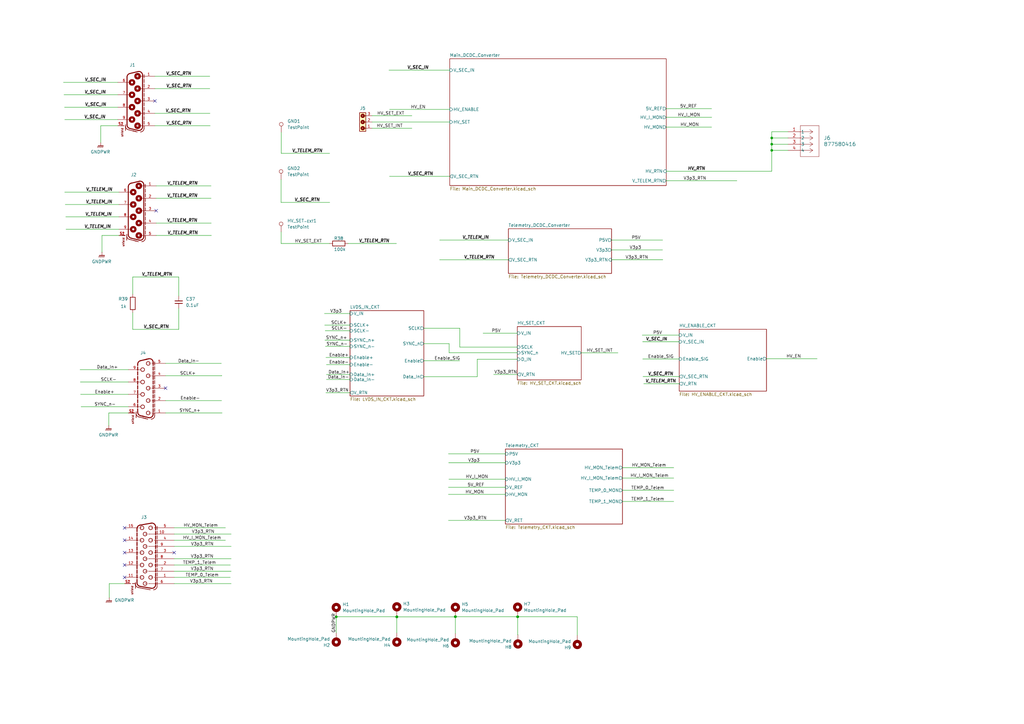
<source format=kicad_sch>
(kicad_sch (version 20250114) (generator "eeschema") (generator_version "9.0")
  (paper "A3")
  (lib_symbols
    (symbol "6180XX231221_618009231221_1" (pin_names (offset 1.016))
      (property "Reference" "J" (at 13.78 1.66 0))
      (symbol "6180XX231221_618009231221_1_0_0"
        (text "shield" (at 10.9 -5.32 0) (effects (font (size 0.8128 0.8128)) (justify left bottom)))
        (pin bidirectional line (at -10.16 7.62 270) (length 5.08) (name "~") (number "1"))
        (pin bidirectional line (at -7.62 -7.62 90) (length 5.08) (name "~") (number "6"))
        (pin bidirectional line (at -5.08 7.62 270) (length 5.08) (name "~") (number "2"))
        (pin bidirectional line (at -2.54 -7.62 90) (length 5.08) (name "~") (number "7"))
        (pin bidirectional line (at 0 7.62 270) (length 5.08) (name "~") (number "3"))
        (pin bidirectional line (at 2.54 -7.62 90) (length 5.08) (name "~") (number "8"))
        (pin bidirectional line (at 5.08 7.62 270) (length 5.08) (name "~") (number "4"))
        (pin bidirectional line (at 7.62 -7.62 90) (length 5.08) (name "~") (number "9"))
        (pin bidirectional line (at 10.16 7.62 270) (length 5.08) (name "~") (number "5"))
        (pin bidirectional line (at 10.16 -7.62 90) (length 2.54) (name "~") (number "S1"))
        (pin bidirectional line (at 10.16 -7.62 90) (length 2.54) (name "~") (number "S2"))
      )
    )
    (symbol "Connector:TestPoint" (pin_numbers (hide yes)) (pin_names (offset 0.762) (hide yes))
      (property "Reference" "TP" (at 0 6.858 0))
      (property "Value" "TestPoint" (at 0 5.08 0))
      (symbol "TestPoint_1_1"
        (pin passive line (at 0 0 90) (length 2.54) (name "1") (number "1"))
      )
    )
    (symbol "Mechanical:MountingHole_Pad" (pin_numbers (hide yes)) (pin_names (offset 1.016) (hide yes)) (exclude_from_sim yes) (in_bom no)
      (property "Reference" "H" (at 0 6.35 0))
      (property "Value" "MountingHole_Pad" (at 0 4.445 0))
      (symbol "MountingHole_Pad_1_1"
        (pin input line (at 0 -2.54 90) (length 2.54) (name "1") (number "1"))
      )
    )
    (symbol "Molex:877580416" (pin_names (offset 0.254))
      (property "Reference" "J" (at 8.89 6.35 0))
      (property "Value" "877580416" (at 0 0 0))
      (symbol "877580416_1_1"
        (pin unspecified line (at 0 0 0) (length 5.08) (name "1") (number "1"))
        (pin unspecified line (at 0 -2.54 0) (length 5.08) (name "2") (number "2"))
        (pin unspecified line (at 0 -5.08 0) (length 5.08) (name "3") (number "3"))
        (pin unspecified line (at 0 -7.62 0) (length 5.08) (name "4") (number "4"))
      )
      (symbol "877580416_1_2"
        (pin unspecified line (at 0 0 0) (length 5.08) (name "1") (number "1"))
        (pin unspecified line (at 0 -2.54 0) (length 5.08) (name "2") (number "2"))
        (pin unspecified line (at 0 -5.08 0) (length 5.08) (name "3") (number "3"))
        (pin unspecified line (at 0 -7.62 0) (length 5.08) (name "4") (number "4"))
      )
    )
    (symbol "Passive_Parts:C" (pin_numbers (hide yes)) (pin_names (offset 0) (hide yes))
      (property "Reference" "C" (at 2.54 5.08 0))
      (symbol "C_1_1"
        (pin passive line (at 0 2.54 0) (length 2.032) (name "~") (number "1"))
        (pin passive line (at 5.08 2.54 180) (length 2.032) (name "~") (number "2"))
      )
    )
    (symbol "Passive_Parts:R" (pin_numbers (hide yes)) (pin_names (offset 0) (hide yes))
      (property "Reference" "R" (at 2.54 5.08 0))
      (symbol "R_1_1"
        (pin passive line (at -1.27 2.54 0) (length 1.27) (name "~") (number "1"))
        (pin passive line (at 6.35 2.54 180) (length 1.27) (name "~") (number "2"))
      )
    )
    (symbol "Passive_Parts:TP" (pin_numbers (hide yes)) (pin_names (hide yes))
      (property "Reference" "TP" (at 2.286 3.302 0))
      (symbol "TP_1_1"
        (pin passive line (at 0 0 90) (length 2.54) (name "1") (number "1"))
      )
    )
    (symbol "Wurth Elektronik:6130XX11121_61300311121" (pin_names (offset 1.016))
      (property "Reference" "J" (at -5.08 -1.778 0))
      (symbol "6130XX11121_61300311121_0_0"
        (pin passive line (at -2.54 -5.08 90) (length 2.54) (name "~") (number "1"))
        (pin passive line (at 0 -5.08 90) (length 2.54) (name "~") (number "2"))
        (pin passive line (at 2.54 -5.08 90) (length 2.54) (name "~") (number "3"))
      )
    )
    (symbol "Wurth Elektronik:6180XX231121_618009231121" (pin_names (offset 1.016))
      (property "Reference" "J" (at 13.78 1.66 0))
      (symbol "6180XX231121_618009231121_0_0"
        (text "shield" (at 10.9 -5.32 0) (effects (font (size 0.8128 0.8128)) (justify left bottom)))
        (pin bidirectional line (at -10.16 7.62 270) (length 5.08) (name "~") (number "5"))
        (pin bidirectional line (at -7.62 -7.62 90) (length 5.08) (name "~") (number "9"))
        (pin bidirectional line (at -5.08 7.62 270) (length 5.08) (name "~") (number "4"))
        (pin bidirectional line (at -2.54 -7.62 90) (length 5.08) (name "~") (number "8"))
        (pin bidirectional line (at 0 7.62 270) (length 5.08) (name "~") (number "3"))
        (pin bidirectional line (at 2.54 -7.62 90) (length 5.08) (name "~") (number "7"))
        (pin bidirectional line (at 5.08 7.62 270) (length 5.08) (name "~") (number "2"))
        (pin bidirectional line (at 7.62 -7.62 90) (length 5.08) (name "~") (number "6"))
        (pin bidirectional line (at 10.16 7.62 270) (length 5.08) (name "~") (number "1"))
        (pin bidirectional line (at 10.16 -7.62 90) (length 2.54) (name "~") (number "S1"))
        (pin bidirectional line (at 10.16 -7.62 90) (length 2.54) (name "~") (number "S2"))
      )
    )
    (symbol "Wurth Elektronik:6180XX231221_618009231221" (pin_names (offset 1.016))
      (property "Reference" "J" (at 13.78 1.66 0))
      (symbol "6180XX231221_618009231221_0_0"
        (text "shield" (at 10.9 -5.32 0) (effects (font (size 0.8128 0.8128)) (justify left bottom)))
        (pin bidirectional line (at -10.16 7.62 270) (length 5.08) (name "~") (number "1"))
        (pin bidirectional line (at -7.62 -7.62 90) (length 5.08) (name "~") (number "6"))
        (pin bidirectional line (at -5.08 7.62 270) (length 5.08) (name "~") (number "2"))
        (pin bidirectional line (at -2.54 -7.62 90) (length 5.08) (name "~") (number "7"))
        (pin bidirectional line (at 0 7.62 270) (length 5.08) (name "~") (number "3"))
        (pin bidirectional line (at 2.54 -7.62 90) (length 5.08) (name "~") (number "8"))
        (pin bidirectional line (at 5.08 7.62 270) (length 5.08) (name "~") (number "4"))
        (pin bidirectional line (at 7.62 -7.62 90) (length 5.08) (name "~") (number "9"))
        (pin bidirectional line (at 10.16 7.62 270) (length 5.08) (name "~") (number "5"))
        (pin bidirectional line (at 10.16 -7.62 90) (length 2.54) (name "~") (number "S1"))
        (pin bidirectional line (at 10.16 -7.62 90) (length 2.54) (name "~") (number "S2"))
      )
    )
    (symbol "Wurth Elektronik:6180XX330923_618015330923" (pin_names (offset 1.016))
      (property "Reference" "J" (at 16.32 4.2 0))
      (symbol "6180XX330923_618015330923_0_0"
        (text "shield" (at 13.44 -4.05 0) (effects (font (size 0.8128 0.8128)) (justify left bottom)))
        (pin bidirectional line (at -10.16 -7.62 90) (length 5.08) (name "~") (number "15"))
        (pin bidirectional line (at -5.08 -7.62 90) (length 5.08) (name "~") (number "14"))
        (pin bidirectional line (at 0 -7.62 90) (length 5.08) (name "~") (number "13"))
        (pin bidirectional line (at 5.08 -7.62 90) (length 5.08) (name "~") (number "12"))
        (pin bidirectional line (at 10.16 -7.62 90) (length 5.08) (name "~") (number "11"))
        (pin bidirectional line (at 12.7 -7.62 90) (length 2.54) (name "~") (number "S1"))
        (pin bidirectional line (at 12.7 -7.62 90) (length 2.54) (name "~") (number "S2"))
      )
      (symbol "6180XX330923_618015330923_1_0"
        (pin bidirectional line (at -10.16 12.7 270) (length 7.62) (name "~") (number "5"))
        (pin bidirectional line (at -7.62 12.7 270) (length 10.16) (name "~") (number "10"))
        (pin bidirectional line (at -5.08 12.7 270) (length 7.62) (name "~") (number "4"))
        (pin bidirectional line (at -2.54 12.7 270) (length 10.16) (name "~") (number "9"))
        (pin bidirectional line (at 0 12.7 270) (length 7.62) (name "~") (number "3"))
        (pin bidirectional line (at 2.54 12.7 270) (length 10.16) (name "~") (number "8"))
        (pin bidirectional line (at 5.08 12.7 270) (length 7.62) (name "~") (number "2"))
        (pin bidirectional line (at 7.62 12.7 270) (length 10.16) (name "~") (number "7"))
        (pin bidirectional line (at 10.16 12.7 270) (length 7.62) (name "~") (number "1"))
        (pin bidirectional line (at 12.7 12.7 270) (length 10.16) (name "~") (number "6"))
      )
    )
    (symbol "power:GNDPWR" (power) (pin_numbers (hide yes)) (pin_names (offset 0) (hide yes))
      (property "Value" "GNDPWR" (at 0 -3.302 0))
      (symbol "GNDPWR_1_1"
        (pin power_in line (at 0 0 270) (length 0) (name "~") (number "1"))
      )
    )
  )
  (junction (at 162.7601 253.0183))
  (junction (at 212.2998 252.9523))
  (junction (at 162.7601 252.9722))
  (junction (at 316.5234 59.1323))
  (junction (at 212.2998 252.9675))
  (junction (at 186.7849 252.9523))
  (junction (at 186.7792 252.8976))
  (junction (at 137.9264 252.9722))
  (junction (at 316.5234 61.6723))
  (junction (at 316.5234 56.5923))
  (no_connect (at 51.1144 231.7354))
  (no_connect (at 71.4344 226.6554))
  (no_connect (at 63.5364 41.4182))
  (no_connect (at 51.1144 221.5754))
  (no_connect (at 67.8988 159.2161))
  (no_connect (at 51.1144 236.8154))
  (no_connect (at 64.0509 86.4165))
  (no_connect (at 51.1144 216.4954))
  (no_connect (at 51.1144 226.6554))
  (wire (pts (xy 48.8109 78.7965) (xy 26.5323 78.7965)))
  (wire (pts (xy 137.9264 259.5339) (xy 137.9264 252.9722)))
  (wire (pts (xy 316.5234 59.1323) (xy 323.2059 59.1323)))
  (wire (pts (xy 255.3051 205.6787) (xy 276.3457 205.6787)))
  (wire (pts (xy 71.4344 221.5754) (xy 92.475 221.5754)))
  (wire (pts (xy 71.4344 234.2754) (xy 94.8108 234.2754)))
  (wire (pts (xy 212.2998 260.3079) (xy 212.4206 260.3079)))
  (wire (pts (xy 278.5551 137.4371) (xy 263.4076 137.4371)))
  (wire (pts (xy 184.472 28.7614) (xy 159.5216 28.7614)))
  (wire (pts (xy 90.9001 154.0045) (xy 90.9001 154.1361)))
  (wire (pts (xy 143.5621 128.5889) (xy 133.058 128.5889)))
  (wire (pts (xy 44.644 169.3761) (xy 52.6588 169.3761)))
  (wire (pts (xy 152.5907 47.5036) (xy 168.946 47.5036)))
  (wire (pts (xy 173.8523 134.6225) (xy 188.6021 134.6225)))
  (wire (pts (xy 48.2964 49.0382) (xy 26.5626 49.0382)))
  (wire (pts (xy 44.7854 239.3554) (xy 51.1144 239.3554)))
  (wire (pts (xy 198.1226 136.6362) (xy 212.1864 136.6362)))
  (wire (pts (xy 273.2364 74.1313) (xy 302.2415 74.1313)))
  (wire (pts (xy 52.6588 151.5961) (xy 32.8353 151.5961)))
  (wire (pts (xy 115.2922 99.8704) (xy 115.2922 95.1124)))
  (wire (pts (xy 48.8109 83.8765) (xy 26.7502 83.8765)))
  (wire (pts (xy 48.8109 88.9565) (xy 26.9681 88.9565)))
  (wire (pts (xy 186.7849 252.9523) (xy 186.7849 252.8976)))
  (wire (pts (xy 94.8203 224.1154) (xy 71.4344 224.1154)))
  (wire (pts (xy 207.2957 189.8151) (xy 184.0115 189.8151)))
  (wire (pts (xy 54.4494 120.6371) (xy 54.4494 113.6097)))
  (wire (pts (xy 278.5551 147.2429) (xy 263.5982 147.2429)))
  (wire (pts (xy 250.825 106.542) (xy 271.8671 106.542)))
  (wire (pts (xy 207.2957 186.1543) (xy 183.9098 186.1543)))
  (wire (pts (xy 143.5621 161.0618) (xy 133.6681 161.0618)))
  (wire (pts (xy 143.5621 133.3344) (xy 133.1597 133.3344)))
  (wire (pts (xy 316.5234 56.5923) (xy 316.5234 59.1323)))
  (wire (pts (xy 316.5234 61.6723) (xy 316.5234 70.209)))
  (wire (pts (xy 184.472 44.8865) (xy 159.7689 44.8865)))
  (wire (pts (xy 67.8988 154.1361) (xy 90.9001 154.1361)))
  (wire (pts (xy 41.8311 96.5765) (xy 41.8311 103.4676)))
  (wire (pts (xy 250.825 98.4522) (xy 271.7921 98.4522)))
  (wire (pts (xy 186.7792 252.8976) (xy 186.7792 253.0183)))
  (wire (pts (xy 188.6021 142.357) (xy 212.1864 142.357)))
  (wire (pts (xy 115.3533 54.2703) (xy 115.3533 62.9125)))
  (wire (pts (xy 143.5621 155.6384) (xy 133.8715 155.6384)))
  (wire (pts (xy 115.274 73.6264) (xy 115.274 83.0373)))
  (wire (pts (xy 52.6588 161.7561) (xy 33.0387 161.7561)))
  (wire (pts (xy 273.2364 44.5483) (xy 291.8758 44.5483)))
  (wire (pts (xy 323.2059 54.0523) (xy 316.5234 54.0523)))
  (wire (pts (xy 173.8523 140.9273) (xy 184.1956 140.9273)))
  (wire (pts (xy 212.2998 252.9523) (xy 212.2998 252.9675)))
  (wire (pts (xy 67.8988 149.0561) (xy 90.7984 149.0561)))
  (wire (pts (xy 52.6588 156.6761) (xy 32.937 156.6761)))
  (wire (pts (xy 186.7849 259.8305) (xy 186.7849 252.9523)))
  (wire (pts (xy 316.5234 59.1323) (xy 316.5234 61.6723)))
  (wire (pts (xy 212.2998 252.9675) (xy 212.2998 260.3079)))
  (wire (pts (xy 142.7632 99.8704) (xy 162.6261 99.8704)))
  (wire (pts (xy 162.7601 252.6959) (xy 162.7601 252.9722)))
  (wire (pts (xy 64.0509 81.3365) (xy 86.5746 81.3365)))
  (wire (pts (xy 207.2957 199.8824) (xy 183.9098 199.8824)))
  (wire (pts (xy 152.5907 52.5836) (xy 168.946 52.5836)))
  (wire (pts (xy 71.4344 229.1954) (xy 94.8108 229.1954)))
  (wire (pts (xy 48.2964 51.5782) (xy 41.3166 51.5782)))
  (wire (pts (xy 186.7849 252.8976) (xy 186.7792 252.8976)))
  (wire (pts (xy 188.6021 134.6225) (xy 188.6021 142.357)))
  (wire (pts (xy 63.5364 51.5782) (xy 86.2054 51.5782)))
  (wire (pts (xy 212.1864 153.5918) (xy 202.4658 153.5918)))
  (wire (pts (xy 162.7601 253.0183) (xy 186.7792 253.0183)))
  (wire (pts (xy 273.2364 48.1279) (xy 291.9242 48.1279)))
  (wire (pts (xy 115.274 83.0373) (xy 135.2449 83.0373)))
  (wire (pts (xy 44.7854 245.0958) (xy 44.7854 239.3554)))
  (wire (pts (xy 162.7601 253.0183) (xy 162.7601 259.5609)))
  (wire (pts (xy 63.5364 46.4982) (xy 86.1327 46.4982)))
  (wire (pts (xy 278.5551 140.1609) (xy 263.5601 140.1609)))
  (wire (pts (xy 255.3051 191.798) (xy 276.3457 191.798)))
  (wire (pts (xy 67.8988 164.2961) (xy 90.9001 164.2961)))
  (wire (pts (xy 64.0509 76.2565) (xy 86.5746 76.2565)))
  (wire (pts (xy 73.3056 113.6097) (xy 73.3056 121.3814)))
  (wire (pts (xy 316.5234 56.5923) (xy 323.2059 56.5923)))
  (wire (pts (xy 186.7849 252.9523) (xy 212.2998 252.9523)))
  (wire (pts (xy 184.472 72.3427) (xy 159.7395 72.3427)))
  (wire (pts (xy 143.5621 139.5036) (xy 133.2614 139.5036)))
  (wire (pts (xy 44.644 174.5331) (xy 44.644 169.3761)))
  (wire (pts (xy 48.8109 94.0365) (xy 27.0771 94.0365)))
  (wire (pts (xy 63.5364 31.2582) (xy 86.0601 31.2582)))
  (wire (pts (xy 152.5907 50.0436) (xy 184.472 50.0436)))
  (wire (pts (xy 255.3051 201.1026) (xy 276.3457 201.1026)))
  (wire (pts (xy 273.2364 70.209) (xy 316.5234 70.209)))
  (wire (pts (xy 278.5551 157.3755) (xy 264.0177 157.3755)))
  (wire (pts (xy 236.7833 252.9675) (xy 212.2998 252.9675)))
  (wire (pts (xy 64.0509 96.5765) (xy 86.7199 96.5765)))
  (wire (pts (xy 207.2957 196.5266) (xy 184.1132 196.5266)))
  (wire (pts (xy 207.2957 213.4579) (xy 183.9098 213.4579)))
  (wire (pts (xy 143.5621 146.6219) (xy 133.6681 146.6219)))
  (wire (pts (xy 71.4344 239.3554) (xy 94.8108 239.3554)))
  (wire (pts (xy 273.2364 52.1228) (xy 291.8758 52.1228)))
  (wire (pts (xy 115.3533 62.9125) (xy 135.2162 62.9125)))
  (wire (pts (xy 184.1956 140.9273) (xy 184.1956 144.6819)))
  (wire (pts (xy 278.5551 154.4338) (xy 263.7126 154.4338)))
  (wire (pts (xy 54.4494 128.2571) (xy 54.4494 135.1123)))
  (wire (pts (xy 48.2964 38.8782) (xy 26.2357 38.8782)))
  (wire (pts (xy 316.5234 54.0523) (xy 316.5234 56.5923)))
  (wire (pts (xy 41.3166 51.5782) (xy 41.3166 58.4693)))
  (wire (pts (xy 143.5621 135.6394) (xy 133.3631 135.6394)))
  (wire (pts (xy 212.2998 252.9523) (xy 212.2998 252.8247)))
  (wire (pts (xy 48.8109 96.5765) (xy 41.8311 96.5765)))
  (wire (pts (xy 73.3056 135.1123) (xy 73.3056 126.4614)))
  (wire (pts (xy 71.4344 219.0354) (xy 94.8108 219.0354)))
  (wire (pts (xy 208.5235 106.5742) (xy 208.5235 106.5581)))
  (wire (pts (xy 63.5364 36.3382) (xy 86.0601 36.3382)))
  (wire (pts (xy 143.5621 153.6046) (xy 133.8715 153.6046)))
  (wire (pts (xy 115.2922 99.8704) (xy 135.1432 99.8704)))
  (wire (pts (xy 212.1864 136.6362) (xy 212.1864 136.6435)))
  (wire (pts (xy 314.3748 147.134) (xy 335.1369 147.134)))
  (wire (pts (xy 195.7204 154.4859) (xy 195.7204 147.3737)))
  (wire (pts (xy 137.9264 252.9722) (xy 162.7601 252.9722)))
  (wire (pts (xy 255.3051 196.069) (xy 276.3457 196.069)))
  (wire (pts (xy 71.4344 231.7354) (xy 94.486 231.7354)))
  (wire (pts (xy 143.5621 149.537) (xy 133.8715 149.537)))
  (wire (pts (xy 316.5234 61.6723) (xy 323.2059 61.6723)))
  (wire (pts (xy 248.3179 144.7375) (xy 253.4584 144.7375)))
  (wire (pts (xy 250.825 102.5198) (xy 271.7581 102.5198)))
  (wire (pts (xy 52.6588 166.8361) (xy 33.2421 166.8361)))
  (wire (pts (xy 173.8523 147.9777) (xy 188.5343 147.9777)))
  (wire (pts (xy 67.8988 169.3761) (xy 91.1035 169.3761)))
  (wire (pts (xy 54.4494 113.6097) (xy 73.3056 113.6097)))
  (wire (pts (xy 248.3179 144.7303) (xy 248.3179 144.7375)))
  (wire (pts (xy 162.7601 252.9722) (xy 162.7601 253.0183)))
  (wire (pts (xy 64.0509 91.4965) (xy 86.6472 91.4965)))
  (wire (pts (xy 180.2886 106.5742) (xy 208.5235 106.5742)))
  (wire (pts (xy 71.4344 216.4954) (xy 92.475 216.4954)))
  (wire (pts (xy 195.7204 147.3737) (xy 212.1864 147.3737)))
  (wire (pts (xy 236.7833 260.5262) (xy 236.7833 252.9675)))
  (wire (pts (xy 184.1956 144.6819) (xy 212.1864 144.6819)))
  (wire (pts (xy 54.4494 135.1123) (xy 73.3056 135.1123)))
  (wire (pts (xy 71.4344 236.8154) (xy 94.4508 236.8154)))
  (wire (pts (xy 48.2964 33.7982) (xy 26.0178 33.7982)))
  (wire (pts (xy 238.3784 144.7303) (xy 248.3179 144.7303)))
  (wire (pts (xy 173.8523 154.4859) (xy 195.7204 154.4859)))
  (wire (pts (xy 207.2957 202.7805) (xy 183.9098 202.7805)))
  (wire (pts (xy 48.2964 43.9582) (xy 26.4536 43.9582)))
  (wire (pts (xy 208.5235 98.4521) (xy 180.3107 98.4521)))
  (wire (pts (xy 137.9264 252.9722) (xy 137.9219 252.9722)))
  (wire (pts (xy 143.5621 142.0797) (xy 133.4648 142.0797)))
  (label "V_TELEM_RTN" (at 58.0378 113.6097 0) (effects (font (thickness 0.254) (bold yes) (italic yes))))
  (label "Enable-" (at 73.9447 164.2961 0))
  (label "GNDPWR" (at 137.9264 259.5339 90))
  (label "SYNC_n-" (at 133.8376 142.0797 0))
  (label "HV_SET_EXT" (at 120.8583 99.8704 0))
  (label "V_SEC_IN" (at 34.7068 43.9582 0) (effects (font (thickness 0.254) (bold yes) (italic yes))))
  (label "TEMP_0_Telem" (at 258.8127 201.1026 0))
  (label "V_SEC_RTN" (at 68.0465 36.3382 0) (effects (font (thickness 0.254) (bold yes) (italic yes))))
  (label "HV_MON" (at 278.9951 52.1228 0))
  (label "Enable-" (at 134.9562 149.537 0))
  (label "V_SEC_IN" (at 34.6342 33.7982 0) (effects (font (thickness 0.254) (bold yes) (italic yes))))
  (label "V_SEC_RTN" (at 67.9739 31.2582 0) (effects (font (thickness 0.254) (bold yes) (italic yes))))
  (label "Enable+" (at 134.9562 146.6219 0))
  (label "V_TELEM_RTN" (at 68.4158 81.3365 0) (effects (font (thickness 0.254) (bold yes) (italic yes))))
  (label "HV_SET_INT" (at 154.4453 52.5836 0))
  (label "V_SEC_IN" (at 34.4163 49.0382 0) (effects (font (thickness 0.254) (bold yes) (italic yes))))
  (label "SYNC_n+" (at 133.6342 139.5036 0))
  (label "P5V" (at 201.6157 136.6362 0))
  (label "V_SEC_RTN" (at 167.1483 72.3427 0) (effects (font (thickness 0.254) (bold yes) (italic yes))))
  (label "V3p3_RTN" (at 78.2015 229.1954 0))
  (label "V_SEC_RTN" (at 67.7559 46.4982 0) (effects (font (thickness 0.254) (bold yes) (italic yes))))
  (label "Enable_SIG" (at 178.162 147.9777 0))
  (label "V3p3" (at 258.1851 102.5198 0))
  (label "V3p3_RTN" (at 280.3084 74.1313 0))
  (label "V3p3_RTN" (at 77.8626 239.3554 0))
  (label "V3p3_RTN" (at 78.2693 224.1154 0))
  (label "V3p3_RTN" (at 133.6681 161.0618 0))
  (label "V_SEC_IN" (at 166.9304 28.7614 0) (effects (font (thickness 0.254) (bold yes) (italic yes))))
  (label "V_TELEM_RTN" (at 68.5611 96.5765 0) (effects (font (thickness 0.254) (bold yes) (italic yes))))
  (label "V_SEC_RTN" (at 58.7821 135.1123 0) (effects (font (thickness 0.254) (bold yes) (italic yes))))
  (label "HV_MON" (at 190.8077 202.7805 0))
  (label "HV_I_MON_Telem" (at 75.0068 221.5754 0))
  (label "TEMP_0_Telem" (at 76.0714 236.8154 0))
  (label "V_SEC_RTN" (at 265.6551 154.4338 0) (effects (font (thickness 0.254) (bold yes) (italic yes))))
  (label "V_SEC_IN" (at 264.7804 140.1609 0) (effects (font (thickness 0.254) (bold yes) (italic yes))))
  (label "V3p3_RTN" (at 190.2739 213.4579 0))
  (label "V_TELEM_IN" (at 34.8582 88.9565 0) (effects (font (thickness 0.254) (bold yes) (italic yes))))
  (label "HV_I_MON" (at 277.9298 48.1279 0))
  (label "SCLK-" (at 41.2903 156.6761 0))
  (label "V_SEC_RTN" (at 68.0465 51.5782 0) (effects (font (thickness 0.254) (bold yes) (italic yes))))
  (label "V_TELEM_RTN" (at 147.0896 99.8704 0) (effects (font (thickness 0.254) (bold yes) (italic yes))))
  (label "V3p3_RTN" (at 78.2015 234.2754 0))
  (label "SCLK-" (at 135.8714 135.6394 0))
  (label "V3p3_RTN" (at 78.6083 219.0354 0))
  (label "V3p3" (at 191.9433 189.8151 0))
  (label "V3p3_RTN" (at 202.6692 153.5918 0))
  (label "HV_EN" (at 168.5089 44.8865 0))
  (label "HV_I_MON_Telem" (at 258.5076 196.069 0))
  (label "Enable+" (at 38.8448 161.7561 0))
  (label "Enable_SIG" (at 265.7337 147.2429 0))
  (label "HV_I_MON" (at 190.9528 196.5266 0))
  (label "HV_MON_Telem" (at 259.1177 191.798 0))
  (label "TEMP_1_Telem" (at 258.8127 205.6787 0))
  (label "V_TELEM_RTN" (at 190.1831 106.5742 0) (effects (font (thickness 0.254) (bold yes) (italic yes))))
  (label "Data_In+" (at 134.6511 153.6046 0))
  (label "V_SEC_IN" (at 34.5615 38.8782 0) (effects (font (thickness 0.254) (bold yes) (italic yes))))
  (label "HV_MON_Telem" (at 75.247 216.4954 0))
  (label "Data_In+" (at 39.636 151.5961 0))
  (label "HV_SET_EXT" (at 154.6611 47.5036 0))
  (label "SYNC_n+" (at 73.5131 169.3761 0))
  (label "V_TELEM_RTN" (at 68.4884 76.2565 0) (effects (font (thickness 0.254) (bold yes) (italic yes))))
  (label "V_TELEM_RTN" (at 119.6797 62.9125 0) (effects (font (thickness 0.254) (bold yes) (italic yes))))
  (label "HV_SET_INT" (at 240.5443 144.7303 0))
  (label "V_TELEM_IN" (at 34.495 94.0365 0) (effects (font (thickness 0.254) (bold yes) (italic yes))))
  (label "V_TELEM_IN" (at 35.0761 83.8765 0) (effects (font (thickness 0.254) (bold yes) (italic yes))))
  (label "HV_RTN" (at 281.9974 70.209 0) (effects (font (thickness 0.254) (bold yes) (italic yes))))
  (label "SYNC_n-" (at 38.701 166.8361 0))
  (label "5V_REF" (at 278.8983 44.5483 0))
  (label "V_TELEM_RTN" (at 264.6278 157.3755 0) (effects (font (thickness 0.254) (bold yes) (italic yes))))
  (label "HV_EN" (at 322.4765 147.134 0))
  (label "TEMP_1_Telem" (at 74.942 231.7354 0))
  (label "P5V" (at 267.8311 137.4371 0))
  (label "V_TELEM_IN" (at 35.1487 78.7965 0) (effects (font (thickness 0.254) (bold yes) (italic yes))))
  (label "V3p3" (at 135.363 128.5889 0))
  (label "V_TELEM_RTN" (at 68.3432 91.4965 0) (effects (font (thickness 0.254) (bold yes) (italic yes))))
  (label "P5V" (at 192.8585 186.1543 0))
  (label "SCLK+" (at 135.7697 133.3344 0))
  (label "V3p3_RTN" (at 256.5047 106.542 0))
  (label "5V_REF" (at 191.7229 199.8824 0))
  (label "Data_In-" (at 134.4478 155.6384 0))
  (label "P5V" (at 259.0083 98.4522 0))
  (label "V_TELEM_IN" (at 189.5354 98.4521 0) (effects (font (thickness 0.254) (bold yes) (italic yes))))
  (label "SCLK+" (at 73.8008 154.1361 0))
  (label "Data_In-" (at 73.0096 149.0561 0))
  (label "V_SEC_RTN" (at 120.6794 83.0373 0) (effects (font (thickness 0.254) (bold yes) (italic yes))))
  (symbol (lib_id "Wurth Elektronik:6180XX330923_618015330923") (at 58.7344 226.6554 270) (unit 1)
    (property "Reference" "J3" (at 59.0519 212.1377 90))
    (property "Value" "618015330923" (effects (hide yes)))
    (property "Footprint" "Wurth_Elektronik:618015330923" (effects (hide yes)))
    (property "Datasheet" "https://www.we-online.com/components/products/datasheet/618015330923.pdf" (effects (hide yes)))
    (property "Description" "CONN D-SUB HD RCPT 15P R/A SLDR" (effects (hide yes)))
    (property "MF" "Würth Elektronik" (effects (hide yes)))
    (property "Description_1" "\n15 Position D-Sub, High Density Receptacle, Female Sockets Connector\n" (effects (hide yes)))
    (property "Package" "None" (effects (hide yes)))
    (property "Purchase-URL" "https://www.snapeda.com/api/url_track_click_mouser/?unipart_id=1118241&manufacturer=Würth Elektronik&part_name=618015330923&search_term=618015330923" (effects (hide yes)))
    (property "GENDER" "Female" (effects (hide yes)))
    (property "Price" "None" (effects (hide yes)))
    (property "PART-NUMBER" "618015330923" (effects (hide yes)))
    (property "SnapEDA_Link" "https://www.snapeda.com/parts/618015330923/Wurth+Elektronik/view-part/?ref=snap" (effects (hide yes)))
    (property "DATASHEET-URL" "https://www.we-online.com/redexpert/spec/618015330923?ae" (effects (hide yes)))
    (property "MP" "618015330923" (effects (hide yes)))
    (property "WORKING-VOLTAGE" "60 V(AC)" (effects (hide yes)))
    (property "PINS" "15" (effects (hide yes)))
    (property "WE-NUMBER" "618015330923" (effects (hide yes)))
    (property "TYPE" "Angled" (effects (hide yes)))
    (property "Availability" "In Stock" (effects (hide yes)))
    (property "Check_prices" "https://www.snapeda.com/parts/618015330923/Wurth+Elektronik/view-part/?ref=eda" (effects (hide yes)))
    (property "Manufacturer" "Würth Elektronik" (effects (hide yes)))
    (property "Man. Part Num" "618015330923" (effects (hide yes)))
    (property "Distributor" "Digi-Key" (effects (hide yes)))
    (property "Dist. Part Num" "732-618015330923-ND" (effects (hide yes)))
    (property "Part Type" "Through Hole" (effects (hide yes)))
  )
  (symbol (lib_id "Wurth Elektronik:6180XX231221_618009231221") (at 56.4309 86.4165 270) (unit 1)
    (property "Reference" "J2" (at 54.8434 71.6683 90))
    (property "Value" "618009231221" (effects (hide yes)))
    (property "Footprint" "Wurth_Elektronik:618009231221" (effects (hide yes)))
    (property "Datasheet" "https://www.we-online.com/components/products/datasheet/618009231221.pdf" (effects (hide yes)))
    (property "Description" "CONN D-SUB PLUG 9POS R/A SOLDER" (effects (hide yes)))
    (property "MF" "Wurth Electronics" (effects (hide yes)))
    (property "Description_1" "09 pins, right angled, 8.08mm, with hex screw" (effects (hide yes)))
    (property "Package" "None" (effects (hide yes)))
    (property "Purchase-URL" "https://www.snapeda.com/api/url_track_click_mouser/?unipart_id=604355&manufacturer=Wurth Electronics&part_name=618009231221&search_term=618009231221" (effects (hide yes)))
    (property "GENDER" "Male" (effects (hide yes)))
    (property "Price" "None" (effects (hide yes)))
    (property "PART-NUMBER" "618009231221" (effects (hide yes)))
    (property "SnapEDA_Link" "https://www.snapeda.com/parts/618009231221/Wurth+Electronics/view-part/?ref=snap" (effects (hide yes)))
    (property "DATASHEET-URL" "https://www.we-online.com/redexpert/spec/618009231221?ae" (effects (hide yes)))
    (property "MP" "618009231221" (effects (hide yes)))
    (property "WORKING-VOLTAGE" "125 V(AC)" (effects (hide yes)))
    (property "PINS" "9" (effects (hide yes)))
    (property "WE-NUMBER" "618009231221" (effects (hide yes)))
    (property "TYPE" "Angled" (effects (hide yes)))
    (property "Availability" "In Stock" (effects (hide yes)))
    (property "Check_prices" "https://www.snapeda.com/parts/618009231221/Wurth+Electronics/view-part/?ref=eda" (effects (hide yes)))
    (property "Manufacturer" "Wurth Electronics" (effects (hide yes)))
    (property "Man. Part Num" "618009231221" (effects (hide yes)))
    (property "Distributor" "Digi-Key" (effects (hide yes)))
    (property "Dist. Part Num" "732-618009231221-ND" (effects (hide yes)))
    (property "Part Type" "Through Hole" (effects (hide yes)))
  )
  (symbol (lib_id "Mechanical:MountingHole_Pad") (at 137.9219 250.4322 0) (unit 1) (exclude_from_sim yes) (in_bom no)
    (property "Reference" "H1" (at 140.4619 247.8921 0) (effects (justify left)))
    (property "Value" "MountingHole_Pad" (at 140.4619 250.4321 0) (effects (justify left)))
    (property "Footprint" "MountingHole:MountingHole_3.2mm_M3_Pad" (effects (hide yes)))
    (property "Description" "Mounting Hole with connection" (effects (hide yes)))
  )
  (symbol (lib_id "power:GNDPWR") (at 44.7854 245.0958 0) (unit 1)
    (property "Reference" "#PWR04" (effects (hide yes)))
    (property "Value" "GNDPWR" (at 46.99 246.1625 0) (effects (justify left)))
    (property "Description" "Power symbol creates a global label with name \"GNDPWR\" , global ground" (effects (hide yes)))
  )
  (symbol (lib_id "Mechanical:MountingHole_Pad") (at 162.7601 262.1009 180) (unit 1) (exclude_from_sim yes) (in_bom no)
    (property "Reference" "H4" (at 160.2201 264.641 0) (effects (justify left)))
    (property "Value" "MountingHole_Pad" (at 160.2201 262.101 0) (effects (justify left)))
    (property "Footprint" "MountingHole:MountingHole_3.2mm_M3_Pad" (effects (hide yes)))
    (property "Description" "Mounting Hole with connection" (effects (hide yes)))
  )
  (symbol (lib_id "power:GNDPWR") (at 41.8311 103.4676 0) (unit 1)
    (property "Reference" "#PWR02" (effects (hide yes)))
    (property "Value" "GNDPWR" (at 41.7041 107.3039 0))
    (property "Description" "Power symbol creates a global label with name \"GNDPWR\" , global ground" (effects (hide yes)))
  )
  (symbol (lib_id "Passive_Parts:C") (at 75.8456 126.4614 90) (unit 1)
    (property "Reference" "C37" (at 76.2 122.6449 90) (effects (justify right)))
    (property "Value" "0.1uF" (at 76.2 125.1849 90) (effects (justify right)))
    (property "Footprint" "Capacitor_SMD:C_0603_1608Metric" (effects (hide yes)))
    (property "Datasheet" "https://www.yageo.com/upload/media/product/productsearch/datasheet/mlcc/UPY-GPHC_X7R_6.3V-to-250V_24.pdf" (effects (hide yes)))
    (property "Description" "0.1 µF ±10% 25V Ceramic Capacitor X7R 0603 (1608 Metric)" (effects (hide yes)))
    (property "Manufacturer" "YAGEO" (effects (hide yes)))
    (property "Man. Part Num" "CC0603KRX7R8BB104" (effects (hide yes)))
    (property "Distributor" "Digi-Key" (effects (hide yes)))
    (property "Dist. Part Num" "311-1341-1-ND" (effects (hide yes)))
    (property "Package" "0603 (1608 Metric)" (effects (hide yes)))
    (property "Part Type" "SMD" (effects (hide yes)))
  )
  (symbol (lib_id "Wurth Elektronik:6130XX11121_61300311121") (at 147.5107 50.0436 90) (unit 1)
    (property "Reference" "J5" (at 148.7807 44.3956 90))
    (property "Value" "61300311121" (effects (hide yes)))
    (property "Footprint" "Wurth_Elektronik:61300311121" (effects (hide yes)))
    (property "Datasheet" "https://www.we-online.com/components/products/datasheet/61300311121.pdf" (effects (hide yes)))
    (property "Description" "Connector Header Through Hole 3 position 0.100\" (2.54mm)" (effects (hide yes)))
    (property "ROWS" "Single" (effects (hide yes)))
    (property "GENDER" "Pin Header" (effects (hide yes)))
    (property "MOUNT" "THT" (effects (hide yes)))
    (property "IR" "3A" (effects (hide yes)))
    (property "PACKAGING" "Bag" (effects (hide yes)))
    (property "PART-NUMBER" "61300311121" (effects (hide yes)))
    (property "DATASHEET-URL" "https://www.we-online.com/redexpert/spec/61300311121?ae" (effects (hide yes)))
    (property "PITCH" "2.54mm" (effects (hide yes)))
    (property "PINS" "3" (effects (hide yes)))
    (property "TYPE" "Straight" (effects (hide yes)))
    (property "Manufacturer" "Würth Elektronik" (effects (hide yes)))
    (property "Man. Part Num" "61300311121" (effects (hide yes)))
    (property "Part Type" "Through Hole" (effects (hide yes)))
    (property "Distributor" "Digi-Key" (effects (hide yes)))
    (property "Dist. Part Num" "732-5316-ND" (effects (hide yes)))
  )
  (symbol (lib_id "Mechanical:MountingHole_Pad") (at 162.7601 250.1559 0) (unit 1) (exclude_from_sim yes) (in_bom no)
    (property "Reference" "H3" (at 165.3001 247.6158 0) (effects (justify left)))
    (property "Value" "MountingHole_Pad" (at 165.3001 250.1558 0) (effects (justify left)))
    (property "Footprint" "MountingHole:MountingHole_3.2mm_M3_Pad" (effects (hide yes)))
    (property "Description" "Mounting Hole with connection" (effects (hide yes)))
  )
  (symbol (lib_id "Mechanical:MountingHole_Pad") (at 186.7849 262.3705 180) (unit 1) (exclude_from_sim yes) (in_bom no)
    (property "Reference" "H6" (at 184.2449 264.9106 0) (effects (justify left)))
    (property "Value" "MountingHole_Pad" (at 184.2449 262.3706 0) (effects (justify left)))
    (property "Footprint" "MountingHole:MountingHole_3.2mm_M3_Pad" (effects (hide yes)))
    (property "Description" "Mounting Hole with connection" (effects (hide yes)))
  )
  (symbol (lib_id "Passive_Parts:TP") (at 115.2922 95.1124 0) (unit 1)
    (property "Reference" "HV_SET_{-EXT}1" (at 117.8322 90.5403 0) (effects (justify left)))
    (property "Value" "TestPoint" (at 117.8322 93.0803 0) (effects (justify left)))
    (property "Footprint" "TestPoint:TestPoint_Keystone_5005-5009_Compact" (effects (hide yes)))
    (property "Description" "PC TEST POINT COMPACT ORANGE" (effects (hide yes)))
    (property "Manufacturer" "Keystone Electronics" (effects (hide yes)))
    (property "Man. Part Num" "5008" (effects (hide yes)))
    (property "Distributor" "Digi-Key" (effects (hide yes)))
    (property "Dist. Part Num" "36-5008-ND" (effects (hide yes)))
    (property "Part Type" "Through Hole" (effects (hide yes)))
  )
  (symbol (lib_id "Molex:877580416") (at 323.2059 54.0523 0) (unit 1)
    (property "Reference" "J6" (at 337.82 56.5922 0) (effects (font (size 1.524 1.524)) (justify left)))
    (property "Value" "877580416" (at 337.82 59.1322 0) (effects (font (size 1.524 1.524)) (justify left)))
    (property "Footprint" "Molex:CONN04" (effects (hide yes)))
    (property "Datasheet" "https://tools.molex.com/pdm_docs/sd/877582816_sd.pdf" (effects (hide yes)))
    (property "Description" "Connector Header Through Hole 4 position 0.079\" (2.00mm)" (effects (hide yes)))
    (property "Manufacturer" "Molex" (effects (hide yes)))
    (property "Man. Part Num" "0877580416" (effects (hide yes)))
    (property "Distributor" "Digi-Key" (effects (hide yes)))
    (property "Dist. Part Num" "WM18833-ND" (effects (hide yes)))
    (property "Package" "-" (effects (hide yes)))
    (property "Part Type" "Through Hole" (effects (hide yes)))
    (property "Notes" "-" (effects (hide yes)))
  )
  (symbol (lib_id "Passive_Parts:R") (at 136.4132 102.4104 0) (unit 1)
    (property "Reference" "R38" (at 138.9257 97.8092 0))
    (property "Value" "100k" (at 139.3654 102.2613 0))
    (property "Footprint" "Resistor_SMD:R_0603_1608Metric" (effects (hide yes)))
    (property "Datasheet" "https://www.yageo.com/upload/media/product/products/datasheet/rchip/PYu-RC_Group_51_RoHS_L_12.pdf" (effects (hide yes)))
    (property "Description" "100 kOhms ±1% 0.1W, 1/10W Chip Resistor 0603 (1608 Metric) Moisture Resistant Thick Film" (effects (hide yes)))
    (property "Manufacturer" "YAGEO" (effects (hide yes)))
    (property "Man. Part Num" "RC0603FR-07100KL" (effects (hide yes)))
    (property "Distributor" "Digi-Key" (effects (hide yes)))
    (property "Dist. Part Num" "311-100KHRCT-ND" (effects (hide yes)))
    (property "Part Type" "SMD" (effects (hide yes)))
    (property "Package" "0603 (1608 Metric)" (effects (hide yes)))
  )
  (symbol (lib_id "Wurth Elektronik:6180XX231121_618009231121") (at 60.2788 159.2161 270) (unit 1)
    (property "Reference" "J4" (at 58.6913 144.7198 90))
    (property "Value" "618009231121" (effects (hide yes)))
    (property "Footprint" "Wurth_Elektronik:618009231121" (effects (hide yes)))
    (property "Datasheet" "https://www.we-online.com/components/products/datasheet/618009231121.pdf" (effects (hide yes)))
    (property "Description" "CONN D-SUB RCPT 9POS R/A SOLDER" (effects (hide yes)))
    (property "MF" "Würth Elektronik" (effects (hide yes)))
    (property "Description_1" "\nSOCKET, D SUB, PCB, R/A, 9WAY; No. of Contacts:9Contacts; Gender:Receptacle; Contact Termination Type:Solder; D Sub Shell Size:DE; Product Range:WR-DSUB Series; Connector Body Material:Steel Body; Contact Material:Copper Alloy; Contact Plating:Gold Plated Contacts; SVHC:Lead (15-Jan-2019); Connector Mounting:Through Hole Mount Right Angle; Contact Termination:Solder; D Sub Connector Type:Standard; No. of Mating Cycles:50\n" (effects (hide yes)))
    (property "Package" "-" (effects (hide yes)))
    (property "Purchase-URL" "https://www.snapeda.com/api/url_track_click_mouser/?unipart_id=1118240&manufacturer=Würth Elektronik&part_name=618009231121&search_term=618009231121" (effects (hide yes)))
    (property "GENDER" "Female" (effects (hide yes)))
    (property "Price" "None" (effects (hide yes)))
    (property "PART-NUMBER" "618009231121" (effects (hide yes)))
    (property "SnapEDA_Link" "https://www.snapeda.com/parts/618009231121/Wurth+Elektronik/view-part/?ref=snap" (effects (hide yes)))
    (property "DATASHEET-URL" "https://www.we-online.com/redexpert/spec/618009231121?ae" (effects (hide yes)))
    (property "MP" "618009231121" (effects (hide yes)))
    (property "WORKING-VOLTAGE" "125 V(AC)" (effects (hide yes)))
    (property "PINS" "9" (effects (hide yes)))
    (property "WE-NUMBER" "618009231121" (effects (hide yes)))
    (property "TYPE" "Angled" (effects (hide yes)))
    (property "Availability" "In Stock" (effects (hide yes)))
    (property "Check_prices" "https://www.snapeda.com/parts/618009231121/Wurth+Elektronik/view-part/?ref=eda" (effects (hide yes)))
    (property "Manufacturer" "Würth Elektronik" (effects (hide yes)))
    (property "Man. Part Num" "618009231121" (effects (hide yes)))
    (property "Part Type" "Through Hole" (effects (hide yes)))
    (property "Distributor" "Digi-Key" (effects (hide yes)))
    (property "Dist. Part Num" "732-618009231121-ND" (effects (hide yes)))
  )
  (symbol (lib_id "Connector:TestPoint") (at 115.274 73.6264 0) (unit 1)
    (property "Reference" "GND2" (at 117.814 69.0543 0) (effects (justify left)))
    (property "Value" "TestPoint" (at 117.814 71.5943 0) (effects (justify left)))
    (property "Footprint" "TestPoint:TestPoint_Keystone_5005-5009_Compact" (effects (hide yes)))
    (property "Datasheet" "https://www.keyelco.com/userAssets/file/M65p56.pdf" (effects (hide yes)))
    (property "Description" "Black PC Test Point, Compact Phosphor Bronze Silver Plating Through Hole Mounting Type" (effects (hide yes)))
    (property "Dist. Part Num" "36-5006-ND" (effects (hide yes)))
    (property "Distributor" "Digi-Key" (effects (hide yes)))
    (property "Man. Part Num" "5006" (effects (hide yes)))
    (property "Manufacturer" "Keystone Electronics" (effects (hide yes)))
    (property "Part Type" "Through Hole" (effects (hide yes)))
  )
  (symbol (lib_name "6180XX231221_618009231221_1") (lib_id "Wurth Elektronik:6180XX231221_618009231221") (at 55.9164 41.4182 270) (unit 1)
    (property "Reference" "J1" (at 54.3289 26.67 90))
    (property "Value" "618009231221" (effects (hide yes)))
    (property "Footprint" "Wurth_Elektronik:618009231221" (effects (hide yes)))
    (property "Datasheet" "https://www.we-online.com/components/products/datasheet/618009231221.pdf" (effects (hide yes)))
    (property "Description" "CONN D-SUB PLUG 9POS R/A SOLDER" (effects (hide yes)))
    (property "MF" "Wurth Electronics" (effects (hide yes)))
    (property "Description_1" "09 pins, right angled, 8.08mm, with hex screw" (effects (hide yes)))
    (property "Package" "None" (effects (hide yes)))
    (property "Purchase-URL" "https://www.snapeda.com/api/url_track_click_mouser/?unipart_id=604355&manufacturer=Wurth Electronics&part_name=618009231221&search_term=618009231221" (effects (hide yes)))
    (property "GENDER" "Male" (effects (hide yes)))
    (property "Price" "None" (effects (hide yes)))
    (property "PART-NUMBER" "618009231221" (effects (hide yes)))
    (property "SnapEDA_Link" "https://www.snapeda.com/parts/618009231221/Wurth+Electronics/view-part/?ref=snap" (effects (hide yes)))
    (property "DATASHEET-URL" "https://www.we-online.com/redexpert/spec/618009231221?ae" (effects (hide yes)))
    (property "MP" "618009231221" (effects (hide yes)))
    (property "WORKING-VOLTAGE" "125 V(AC)" (effects (hide yes)))
    (property "PINS" "9" (effects (hide yes)))
    (property "WE-NUMBER" "618009231221" (effects (hide yes)))
    (property "TYPE" "Angled" (effects (hide yes)))
    (property "Availability" "In Stock" (effects (hide yes)))
    (property "Check_prices" "https://www.snapeda.com/parts/618009231221/Wurth+Electronics/view-part/?ref=eda" (effects (hide yes)))
    (property "Manufacturer" "Wurth Electronics" (effects (hide yes)))
    (property "Part Number" "618009231221" (effects (hide yes)))
    (property "Part Type" "Through Hole" (effects (hide yes)))
    (property "Man. Part Num" "618009231221" (effects (hide yes)))
    (property "Distributor" "Digi-Key" (effects (hide yes)))
    (property "Dist. Part Num" "732-618009231221-ND" (effects (hide yes)))
  )
  (symbol (lib_id "Mechanical:MountingHole_Pad") (at 212.2998 250.2847 0) (unit 1) (exclude_from_sim yes) (in_bom no)
    (property "Reference" "H7" (at 214.8398 247.7446 0) (effects (justify left)))
    (property "Value" "MountingHole_Pad" (at 214.8398 250.2846 0) (effects (justify left)))
    (property "Footprint" "MountingHole:MountingHole_3.2mm_M3_Pad" (effects (hide yes)))
    (property "Description" "Mounting Hole with connection" (effects (hide yes)))
  )
  (symbol (lib_id "Connector:TestPoint") (at 115.3533 54.2703 0) (unit 1)
    (property "Reference" "GND1" (at 117.8933 49.6982 0) (effects (justify left)))
    (property "Value" "TestPoint" (at 117.8933 52.2382 0) (effects (justify left)))
    (property "Footprint" "TestPoint:TestPoint_Keystone_5005-5009_Compact" (effects (hide yes)))
    (property "Datasheet" "https://www.keyelco.com/userAssets/file/M65p56.pdf" (effects (hide yes)))
    (property "Description" "Black PC Test Point, Compact Phosphor Bronze Silver Plating Through Hole Mounting Type" (effects (hide yes)))
    (property "Manufacturer" "Keystone Electronics" (effects (hide yes)))
    (property "Man. Part Num" "5006" (effects (hide yes)))
    (property "Distributor" "Digi-Key" (effects (hide yes)))
    (property "Dist. Part Num" "36-5006-ND" (effects (hide yes)))
    (property "Part Type" "Through Hole" (effects (hide yes)))
    (property "Package" "-" (effects (hide yes)))
  )
  (symbol (lib_id "Mechanical:MountingHole_Pad") (at 212.4206 262.8479 180) (unit 1) (exclude_from_sim yes) (in_bom no)
    (property "Reference" "H8" (at 209.8806 265.388 0) (effects (justify left)))
    (property "Value" "MountingHole_Pad" (at 209.8806 262.848 0) (effects (justify left)))
    (property "Footprint" "MountingHole:MountingHole_3.2mm_M3_Pad" (effects (hide yes)))
    (property "Description" "Mounting Hole with connection" (effects (hide yes)))
  )
  (symbol (lib_id "Mechanical:MountingHole_Pad") (at 236.7833 263.0662 180) (unit 1) (exclude_from_sim yes) (in_bom no)
    (property "Reference" "H9" (at 234.2433 265.6063 0) (effects (justify left)))
    (property "Value" "MountingHole_Pad" (at 234.2433 263.0663 0) (effects (justify left)))
    (property "Footprint" "MountingHole:MountingHole_3.2mm_M3_Pad" (effects (hide yes)))
    (property "Description" "Mounting Hole with connection" (effects (hide yes)))
  )
  (symbol (lib_id "power:GNDPWR") (at 41.3166 58.4693 0) (unit 1)
    (property "Reference" "#PWR01" (effects (hide yes)))
    (property "Value" "GNDPWR" (at 41.1896 62.3056 0))
    (property "Description" "Power symbol creates a global label with name \"GNDPWR\" , global ground" (effects (hide yes)))
  )
  (symbol (lib_id "Mechanical:MountingHole_Pad") (at 137.9264 262.0739 180) (unit 1) (exclude_from_sim yes) (in_bom no)
    (property "Reference" "H2" (at 135.3864 264.614 0) (effects (justify left)))
    (property "Value" "MountingHole_Pad" (at 135.3864 262.074 0) (effects (justify left)))
    (property "Footprint" "MountingHole:MountingHole_3.2mm_M3_Pad" (effects (hide yes)))
    (property "Description" "Mounting Hole with connection" (effects (hide yes)))
  )
  (symbol (lib_id "Mechanical:MountingHole_Pad") (at 186.7792 250.3576 0) (unit 1) (exclude_from_sim yes) (in_bom no)
    (property "Reference" "H5" (at 189.3192 247.8175 0) (effects (justify left)))
    (property "Value" "MountingHole_Pad" (at 189.3192 250.3575 0) (effects (justify left)))
    (property "Footprint" "MountingHole:MountingHole_3.2mm_M3_Pad" (effects (hide yes)))
    (property "Description" "Mounting Hole with connection" (effects (hide yes)))
  )
  (symbol (lib_id "Passive_Parts:R") (at 56.9894 126.9871 90) (unit 1)
    (property "Reference" "R39" (at 48.5499 122.6219 90) (effects (justify right)))
    (property "Value" "1k" (at 49.4321 125.6543 90) (effects (justify right)))
    (property "Footprint" "Resistor_SMD:R_0603_1608Metric" (effects (hide yes)))
    (property "Datasheet" "https://www.seielect.com/catalog/sei-rmcf_rmcp.pdf" (effects (hide yes)))
    (property "Description" "1 kOhms ±1% 0.1W, 1/10W Chip Resistor 0603 (1608 Metric) Automotive AEC-Q200 Thick Film" (effects (hide yes)))
    (property "Manufacturer" "Stackpole Electronics Inc" (effects (hide yes)))
    (property "Man. Part Num" "RMCF0603FT1K00" (effects (hide yes)))
    (property "Distributor" "Digi-Key" (effects (hide yes)))
    (property "Dist. Part Num" "RMCF0603FT1K00CT-ND" (effects (hide yes)))
    (property "Part Type" "SMD" (effects (hide yes)))
    (property "Package" "0603 (1608 Metric)" (effects (hide yes)))
  )
  (symbol (lib_id "power:GNDPWR") (at 44.644 174.5331 0) (unit 1)
    (property "Reference" "#PWR03" (effects (hide yes)))
    (property "Value" "GNDPWR" (at 44.517 178.3694 0))
    (property "Description" "Power symbol creates a global label with name \"GNDPWR\" , global ground" (effects (hide yes)))
  )
  (sheet (at 212.1864 133.938) (size 26.192 21.883) (stroke (width 0.1524))
    (property "Sheetname" "HV_SET_CKT" (at 212.1864 133.2264 0) (effects (justify left bottom)))
    (property "Sheetfile" "HV_SET_CKT.kicad_sch" (at 212.1864 156.4056 0) (effects (justify left top)))
    (pin "HV_SET" output (at 238.3784 144.7303 0))
    (pin "V_RTN" output (at 212.1864 153.5918 180))
    (pin "D_IN" input (at 212.1864 147.3737 180))
    (pin "SYNC_n" input (at 212.1864 144.6819 180))
    (pin "SCLK" input (at 212.1864 142.357 180))
    (pin "V_IN" input (at 212.1864 136.6435 180))
  )
  (sheet (at 143.5621 127.3894) (size 30.2902 35.0251) (stroke (width 0.1524))
    (property "Sheetname" "LVDS_IN_CKT" (at 143.5621 126.6778 0) (effects (justify left bottom)))
    (property "Sheetfile" "LVDS_IN_CKT.kicad_sch" (at 143.5621 162.9991 0) (effects (justify left top)))
    (pin "Enable" output (at 173.8523 147.9777 0))
    (pin "SYNC_n" output (at 173.8523 140.9273 0))
    (pin "V_RTN" output (at 143.5621 161.0618 180))
    (pin "SCLK" output (at 173.8523 134.6225 0))
    (pin "Data_In" output (at 173.8523 154.4859 0))
    (pin "SYNC_n-" input (at 143.5621 142.0797 180))
    (pin "Enable+" input (at 143.5621 146.6219 180))
    (pin "Enable-" input (at 143.5621 149.537 180))
    (pin "SYNC_n+" input (at 143.5621 139.5036 180))
    (pin "Data_In-" input (at 143.5621 155.6384 180))
    (pin "Data_In+" input (at 143.5621 153.6046 180))
    (pin "SCLK+" input (at 143.5621 133.3344 180))
    (pin "V_IN" input (at 143.5621 128.5889 180))
    (pin "SCLK-" input (at 143.5621 135.6394 180))
  )
  (sheet (at 184.472 24.1037) (size 88.7644 51.9959) (stroke (width 0.1524))
    (property "Sheetname" "Main_DCDC_Converter" (at 184.472 23.3921 0) (effects (justify left bottom)))
    (property "Sheetfile" "Main_DCDC_Converter.kicad_sch" (at 184.472 76.6842 0) (effects (justify left top)))
    (pin "HV_RTN" input (at 273.2364 70.209 0))
    (pin "HV_MON" output (at 273.2364 52.1228 0))
    (pin "HV_SET" input (at 184.472 50.0436 180))
    (pin "HV_ENABLE" input (at 184.472 44.8865 180))
    (pin "V_TELEM_RTN" output (at 273.2364 74.1313 0))
    (pin "HV_I_MON" output (at 273.2364 48.1279 0))
    (pin "V_SEC_IN" input (at 184.472 28.7614 180))
    (pin "V_SEC_RTN" output (at 184.472 72.3427 180))
    (pin "5V_REF" output (at 273.2364 44.5483 0))
  )
  (sheet (at 207.2957 184.1776) (size 48.0094 30.7613) (stroke (width 0.1524))
    (property "Sheetname" "Telemetry_CKT" (at 207.2957 183.466 0) (effects (justify left bottom)))
    (property "Sheetfile" "Telemetry_CKT.kicad_sch" (at 207.2957 215.5235 0) (effects (justify left top)))
    (pin "V_RET" output (at 207.2957 213.4579 180))
    (pin "V3p3" input (at 207.2957 189.8151 180))
    (pin "HV_I_MON" input (at 207.2957 196.5266 180))
    (pin "HV_MON_Telem" output (at 255.3051 191.798 0))
    (pin "V_REF" input (at 207.2957 199.8824 180))
    (pin "HV_I_MON_Telem" output (at 255.3051 196.069 0))
    (pin "TEMP_1_MON" output (at 255.3051 205.6787 0))
    (pin "P5V" input (at 207.2957 186.1543 180))
    (pin "TEMP_0_MON" output (at 255.3051 201.1026 0))
    (pin "HV_MON" input (at 207.2957 202.7805 180))
  )
  (sheet (at 208.5235 93.8337) (size 42.3015 18.315) (stroke (width 0.1524))
    (property "Sheetname" "Telemetry_DCDC_Converter" (at 208.5235 93.1221 0) (effects (justify left bottom)))
    (property "Sheetfile" "Telemetry_DCDC_Converter.kicad_sch" (at 208.5235 112.7333 0) (effects (justify left top)))
    (pin "V_SEC_IN" input (at 208.5235 98.4521 180))
    (pin "V_SEC_RTN" output (at 208.5235 106.5581 180))
    (pin "V3p3" output (at 250.825 102.5198 0))
    (pin "V3p3_RTN" input (at 250.825 106.542 0))
    (pin "P5V" output (at 250.825 98.4522 0))
  )
  (sheet (at 278.5551 135.0099) (size 35.8197 25.4) (stroke (width 0.1524))
    (property "Sheetname" "HV_ENABLE_CKT" (at 278.5551 134.2983 0) (effects (justify left bottom)))
    (property "Sheetfile" "HV_ENABLE_CKT.kicad_sch" (at 278.5551 160.9945 0) (effects (justify left top)))
    (pin "V_RTN" output (at 278.5551 157.3755 180))
    (pin "V_IN" input (at 278.5551 137.4371 180))
    (pin "V_SEC_RTN" output (at 278.5551 154.4338 180))
    (pin "Enable" output (at 314.3748 147.134 0))
    (pin "V_SEC_IN" input (at 278.5551 140.1609 180))
    (pin "Enable_SIG" input (at 278.5551 147.2429 180))
  )
)
</source>
